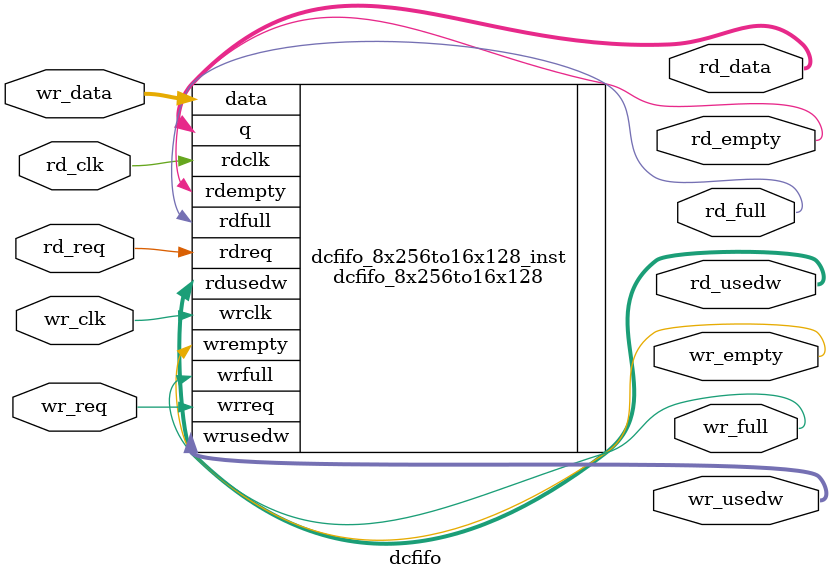
<source format=v>
module  dcfifo
(
    input   wire            wr_clk      ,
    input   wire            wr_req      ,
    input   wire    [7:0]   wr_data     ,
    input   wire            rd_clk      ,
    input   wire            rd_req      ,
                          
    output  wire            wr_full     ,
    output  wire            wr_empty    ,
    output  wire    [9:0]   wr_usedw    ,
    output  wire            rd_full     ,
    output  wire            rd_empty    ,
    output  wire    [8:0]   rd_usedw    ,
    output  wire    [15:0]  rd_data     


);


dcfifo_8x256to16x128	dcfifo_8x256to16x128_inst 
(
	.data    ( wr_data ),
	.rdclk   ( rd_clk ),
	.rdreq   ( rd_req ),
	.wrclk   ( wr_clk ),
	.wrreq   ( wr_req ),
	.q       ( rd_data ),
	.rdempty ( rd_empty ),
	.rdfull  ( rd_full ),
	.rdusedw ( rd_usedw ),
	.wrempty ( wr_empty ),
	.wrfull  ( wr_full ),
	.wrusedw ( wr_usedw )
);

endmodule
</source>
